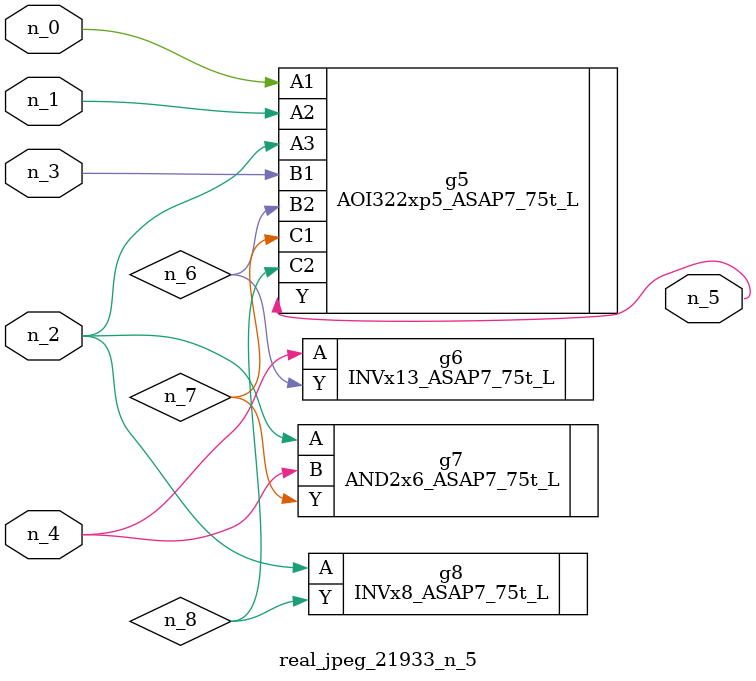
<source format=v>
module real_jpeg_21933_n_5 (n_4, n_0, n_1, n_2, n_3, n_5);

input n_4;
input n_0;
input n_1;
input n_2;
input n_3;

output n_5;

wire n_8;
wire n_6;
wire n_7;

AOI322xp5_ASAP7_75t_L g5 ( 
.A1(n_0),
.A2(n_1),
.A3(n_2),
.B1(n_3),
.B2(n_6),
.C1(n_7),
.C2(n_8),
.Y(n_5)
);

AND2x6_ASAP7_75t_L g7 ( 
.A(n_2),
.B(n_4),
.Y(n_7)
);

INVx8_ASAP7_75t_L g8 ( 
.A(n_2),
.Y(n_8)
);

INVx13_ASAP7_75t_L g6 ( 
.A(n_4),
.Y(n_6)
);


endmodule
</source>
